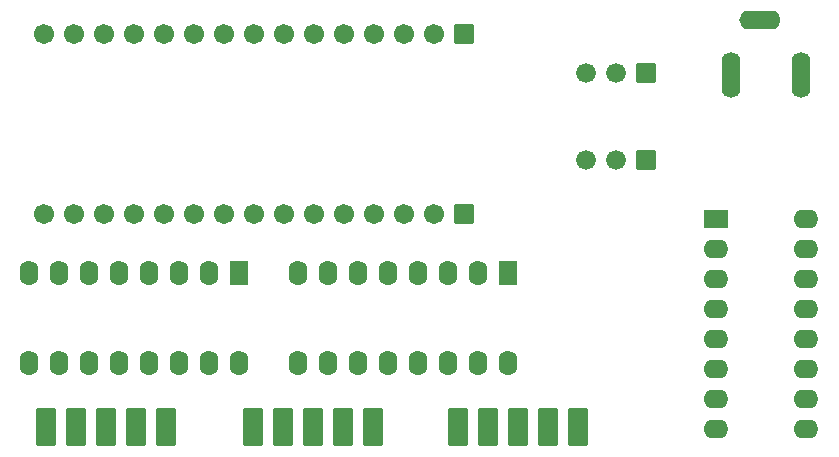
<source format=gbs>
G04 Layer: BottomSolderMaskLayer*
G04 EasyEDA v6.5.22, 2023-03-31 14:54:23*
G04 d3f0f356f32e465d957ef3f0493f5931,4db1f7442a1f4f30bb2da465e00f2567,10*
G04 Gerber Generator version 0.2*
G04 Scale: 100 percent, Rotated: No, Reflected: No *
G04 Dimensions in millimeters *
G04 leading zeros omitted , absolute positions ,4 integer and 5 decimal *
%FSLAX45Y45*%
%MOMM*%

%AMMACRO1*1,1,$1,$2,$3*1,1,$1,$4,$5*1,1,$1,0-$2,0-$3*1,1,$1,0-$4,0-$5*20,1,$1,$2,$3,$4,$5,0*20,1,$1,$4,$5,0-$2,0-$3,0*20,1,$1,0-$2,0-$3,0-$4,0-$5,0*20,1,$1,0-$4,0-$5,$2,$3,0*4,1,4,$2,$3,$4,$5,0-$2,0-$3,0-$4,0-$5,$2,$3,0*%
%ADD10MACRO1,0.2032X0.762X-1.5X-0.762X-1.5*%
%ADD11O,1.6015970000000002X3.9015924*%
%ADD12O,3.5015932X1.6015970000000002*%
%ADD13MACRO1,0.1016X0.7874X-0.7874X-0.7874X-0.7874*%
%ADD14C,1.6764*%
%ADD15MACRO1,0.1016X-0.8X0.8X0.8X0.8*%
%ADD16C,1.7016*%
%ADD17O,1.6015970000000002X2.1015960000000002*%
%ADD18MACRO1,0.1016X0.75X1X0.75X-1*%
%ADD19O,2.1015960000000002X1.6015970000000002*%
%ADD20MACRO1,0.1016X-1X0.75X1X0.75*%

%LPD*%
D10*
G01*
X8318245Y8789398D03*
G01*
X8572245Y8789398D03*
G01*
X8826500Y8789400D03*
G01*
X9080500Y8789400D03*
G01*
X8064502Y8787396D03*
G01*
X11810745Y8789398D03*
G01*
X12064745Y8789398D03*
G01*
X12319000Y8789400D03*
G01*
X12573000Y8789400D03*
G01*
X11557002Y8787396D03*
G01*
X10070845Y8789398D03*
G01*
X10324845Y8789398D03*
G01*
X10579100Y8789400D03*
G01*
X10833100Y8789400D03*
G01*
X9817102Y8787396D03*
D11*
G01*
X13860525Y11768962D03*
G01*
X14460474Y11768962D03*
D12*
G01*
X14110461Y12234037D03*
D13*
G01*
X13144500Y11785600D03*
D14*
G01*
X12890500Y11785600D03*
G01*
X12636500Y11785600D03*
D13*
G01*
X13144500Y11049000D03*
D14*
G01*
X12890500Y11049000D03*
G01*
X12636500Y11049000D03*
D15*
G01*
X11607800Y12115800D03*
D16*
G01*
X11353800Y10591800D03*
G01*
X10845800Y10591800D03*
G01*
X10337800Y10591800D03*
G01*
X9829800Y10591800D03*
G01*
X9321800Y10591800D03*
G01*
X8813800Y10591800D03*
G01*
X8305800Y10591800D03*
G01*
X8051800Y12115800D03*
G01*
X8559800Y12115800D03*
G01*
X9067800Y12115800D03*
G01*
X9575800Y12115800D03*
G01*
X10083800Y12115800D03*
G01*
X10591800Y12115800D03*
G01*
X11099800Y12115800D03*
G01*
X11353800Y12115800D03*
G01*
X10845800Y12115800D03*
G01*
X10337800Y12115800D03*
G01*
X9829800Y12115800D03*
G01*
X9321800Y12115800D03*
G01*
X8813800Y12115800D03*
G01*
X8305800Y12115800D03*
G01*
X8051800Y10591800D03*
G01*
X8559800Y10591800D03*
G01*
X9067800Y10591800D03*
G01*
X9575800Y10591800D03*
G01*
X10083800Y10591800D03*
G01*
X10591800Y10591800D03*
G01*
X11099800Y10591800D03*
D15*
G01*
X11607800Y10591800D03*
D17*
G01*
X10198100Y9334500D03*
G01*
X10452100Y9334500D03*
G01*
X10706100Y9334500D03*
G01*
X10960100Y9334500D03*
G01*
X11214100Y9334500D03*
G01*
X11468100Y9334500D03*
G01*
X11722100Y9334500D03*
G01*
X11976100Y9334500D03*
G01*
X10198100Y10096500D03*
G01*
X10452100Y10096500D03*
G01*
X10706100Y10096500D03*
G01*
X10960100Y10096500D03*
G01*
X11214100Y10096500D03*
G01*
X11468100Y10096500D03*
G01*
X11722100Y10096500D03*
D18*
G01*
X11976100Y10096500D03*
D17*
G01*
X7924800Y9334500D03*
G01*
X8178800Y9334500D03*
G01*
X8432800Y9334500D03*
G01*
X8686800Y9334500D03*
G01*
X8940800Y9334500D03*
G01*
X9194800Y9334500D03*
G01*
X9448800Y9334500D03*
G01*
X9702800Y9334500D03*
G01*
X7924800Y10096500D03*
G01*
X8178800Y10096500D03*
G01*
X8432800Y10096500D03*
G01*
X8686800Y10096500D03*
G01*
X8940800Y10096500D03*
G01*
X9194800Y10096500D03*
G01*
X9448800Y10096500D03*
D18*
G01*
X9702800Y10096500D03*
D19*
G01*
X14503400Y8775700D03*
G01*
X14503400Y9029700D03*
G01*
X14503400Y9283700D03*
G01*
X14503400Y9537700D03*
G01*
X14503400Y9791700D03*
G01*
X14503400Y10045700D03*
G01*
X14503400Y10299700D03*
G01*
X14503400Y10553700D03*
G01*
X13741400Y8775700D03*
G01*
X13741400Y9029700D03*
G01*
X13741400Y9283700D03*
G01*
X13741400Y9537700D03*
G01*
X13741400Y9791700D03*
G01*
X13741400Y10045700D03*
G01*
X13741400Y10299700D03*
D20*
G01*
X13741400Y10553700D03*
M02*

</source>
